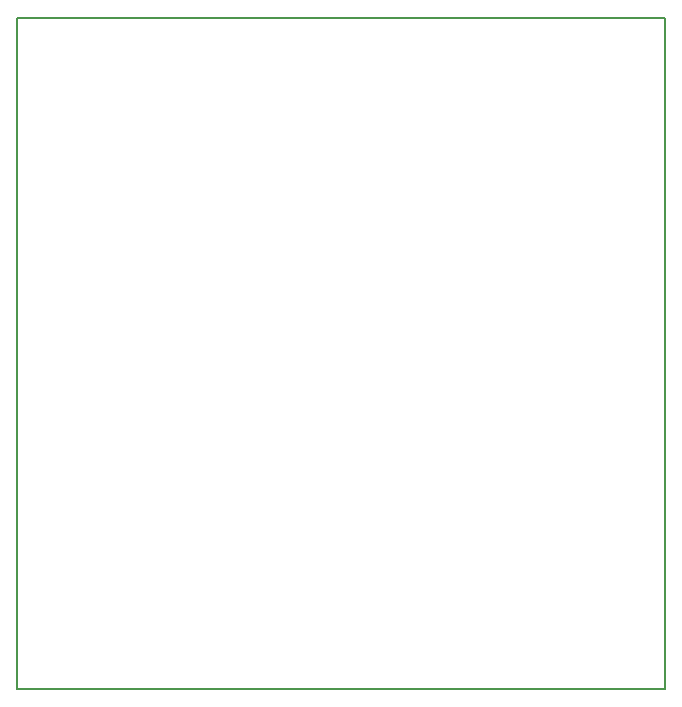
<source format=gbo>
G04 MADE WITH FRITZING*
G04 WWW.FRITZING.ORG*
G04 DOUBLE SIDED*
G04 HOLES PLATED*
G04 CONTOUR ON CENTER OF CONTOUR VECTOR*
%ASAXBY*%
%FSLAX23Y23*%
%MOIN*%
%OFA0B0*%
%SFA1.0B1.0*%
%ADD10R,2.165350X2.244090X2.149350X2.228090*%
%ADD11C,0.008000*%
%LNSILK0*%
G90*
G70*
G54D11*
X4Y2240D02*
X2161Y2240D01*
X2161Y4D01*
X4Y4D01*
X4Y2240D01*
D02*
G04 End of Silk0*
M02*
</source>
